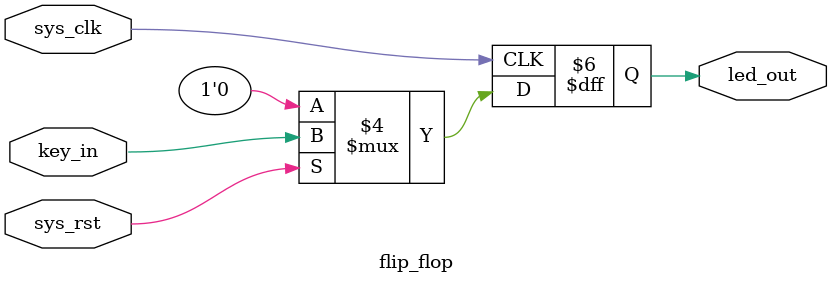
<source format=v>
module flip_flop
(
input wire sys_clk,
input wire sys_rst,
input wire key_in,
output reg led_out
);

always@(posedge sys_clk)
if(sys_rst==1'b0)
led_out<=1'b0;
else
led_out<=key_in;

endmodule
</source>
